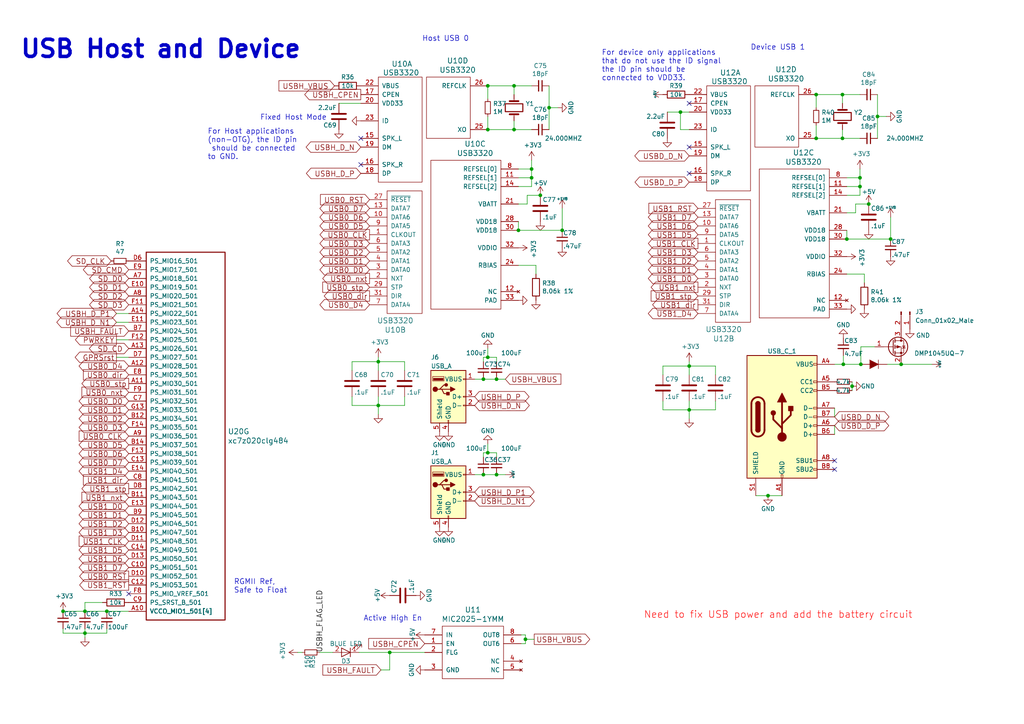
<source format=kicad_sch>
(kicad_sch (version 20230121) (generator eeschema)
  (paper "A4")
  (junction (at 244.602 105.664))
  (junction (at 24.638 183.642))
  (junction (at 109.728 117.602))
  (junction (at 30.988 177.292))
  (junction (at 244.348 27.432))
  (junction (at 141.478 103.632))
  (junction (at 159.258 31.242))
  (junction (at 261.366 105.664))
  (junction (at 249.428 54.102))
  (junction (at 140.208 109.982))
  (junction (at 140.208 137.668))
  (junction (at 245.618 69.342))
  (junction (at 109.728 104.902))
  (junction (at 244.348 40.132))
  (junction (at 236.728 27.432))
  (junction (at 249.682 105.664))
  (junction (at 144.018 137.668))
  (junction (at 141.478 24.892))
  (junction (at 113.03 189.23))
  (junction (at 251.968 59.182))
  (junction (at 254.508 33.782))
  (junction (at 24.638 177.292))
  (junction (at 199.898 118.872))
  (junction (at 236.728 40.132))
  (junction (at 249.428 51.562))
  (junction (at 154.178 49.022))
  (junction (at 222.758 143.764))
  (junction (at 18.288 177.292))
  (junction (at 197.358 32.512))
  (junction (at 199.898 106.172))
  (junction (at 149.098 24.892))
  (junction (at 152.4 185.42))
  (junction (at 247.142 112.014))
  (junction (at 156.718 56.642))
  (junction (at 154.178 51.562))
  (junction (at 141.478 131.318))
  (junction (at 163.068 66.802))
  (junction (at 150.368 66.802))
  (junction (at 149.098 37.592))
  (junction (at 258.318 69.342))
  (junction (at 141.478 37.592))
  (junction (at 144.018 109.982))
  (no_connect (at 242.062 136.144))
  (no_connect (at 199.898 29.972))
  (no_connect (at 37.338 172.212))
  (no_connect (at 199.898 42.672))
  (no_connect (at 199.898 50.292))
  (no_connect (at 242.062 133.604))
  (no_connect (at 104.648 47.752))
  (no_connect (at 104.648 40.132))
  (wire (pts (xy 245.618 79.502) (xy 250.698 79.502)))
  (wire (pts (xy 249.428 51.562) (xy 249.428 54.102)))
  (wire (pts (xy 30.988 183.642) (xy 30.988 182.372)))
  (wire (pts (xy 236.728 31.242) (xy 236.728 27.432)))
  (wire (pts (xy 113.03 189.23) (xy 104.14 189.23)))
  (wire (pts (xy 117.348 107.442) (xy 117.348 104.902)))
  (wire (pts (xy 244.348 27.432) (xy 244.348 29.972)))
  (wire (pts (xy 250.698 79.502) (xy 250.698 82.042)))
  (wire (pts (xy 258.318 62.992) (xy 258.318 69.342)))
  (wire (pts (xy 197.358 37.592) (xy 197.358 32.512)))
  (wire (pts (xy 18.288 183.642) (xy 24.638 183.642)))
  (wire (pts (xy 155.448 76.962) (xy 155.448 79.502)))
  (wire (pts (xy 242.062 118.364) (xy 242.062 120.904)))
  (wire (pts (xy 151.13 186.69) (xy 152.4 186.69)))
  (wire (pts (xy 140.208 103.632) (xy 140.208 104.902)))
  (wire (pts (xy 192.278 116.332) (xy 192.278 118.872)))
  (wire (pts (xy 87.63 189.23) (xy 86.36 189.23)))
  (wire (pts (xy 254.508 27.432) (xy 254.508 33.782)))
  (wire (pts (xy 24.638 177.292) (xy 30.988 177.292)))
  (wire (pts (xy 199.898 121.412) (xy 199.898 118.872)))
  (wire (pts (xy 150.368 51.562) (xy 154.178 51.562)))
  (wire (pts (xy 199.898 32.512) (xy 197.358 32.512)))
  (wire (pts (xy 141.478 28.702) (xy 141.478 24.892)))
  (wire (pts (xy 192.278 106.172) (xy 199.898 106.172)))
  (wire (pts (xy 245.618 51.562) (xy 249.428 51.562)))
  (wire (pts (xy 222.758 143.764) (xy 226.822 143.764)))
  (wire (pts (xy 197.358 32.512) (xy 193.548 32.512)))
  (wire (pts (xy 249.428 40.132) (xy 244.348 40.132)))
  (wire (pts (xy 144.018 103.632) (xy 144.018 104.902)))
  (wire (pts (xy 207.518 108.712) (xy 207.518 106.172)))
  (wire (pts (xy 249.682 100.584) (xy 253.746 100.584)))
  (wire (pts (xy 141.478 101.092) (xy 141.478 103.632)))
  (wire (pts (xy 154.178 37.592) (xy 149.098 37.592)))
  (wire (pts (xy 104.648 29.972) (xy 98.298 29.972)))
  (wire (pts (xy 37.338 177.292) (xy 30.988 177.292)))
  (wire (pts (xy 254.508 33.782) (xy 257.048 33.782)))
  (wire (pts (xy 33.782 90.932) (xy 37.338 90.932)))
  (wire (pts (xy 245.618 61.722) (xy 248.158 61.722)))
  (wire (pts (xy 113.03 194.31) (xy 113.03 189.23)))
  (wire (pts (xy 219.202 143.764) (xy 222.758 143.764)))
  (wire (pts (xy 123.19 189.23) (xy 113.03 189.23)))
  (wire (pts (xy 199.898 118.872) (xy 207.518 118.872)))
  (wire (pts (xy 144.018 131.318) (xy 144.018 132.588)))
  (wire (pts (xy 154.178 51.562) (xy 154.178 54.102)))
  (wire (pts (xy 149.098 24.892) (xy 149.098 27.432)))
  (wire (pts (xy 29.718 174.752) (xy 24.638 174.752)))
  (wire (pts (xy 150.368 76.962) (xy 155.448 76.962)))
  (wire (pts (xy 199.898 37.592) (xy 197.358 37.592)))
  (wire (pts (xy 33.782 103.632) (xy 37.338 103.632)))
  (wire (pts (xy 109.728 120.142) (xy 109.728 117.602)))
  (wire (pts (xy 192.278 118.872) (xy 199.898 118.872)))
  (wire (pts (xy 150.368 64.262) (xy 150.368 66.802)))
  (wire (pts (xy 244.602 105.664) (xy 249.682 105.664)))
  (wire (pts (xy 244.348 40.132) (xy 244.348 37.592)))
  (wire (pts (xy 247.142 110.744) (xy 247.142 112.014)))
  (wire (pts (xy 102.108 117.602) (xy 109.728 117.602)))
  (wire (pts (xy 150.368 49.022) (xy 154.178 49.022)))
  (wire (pts (xy 24.638 174.752) (xy 24.638 177.292)))
  (wire (pts (xy 159.258 31.242) (xy 159.258 37.592)))
  (wire (pts (xy 18.288 182.372) (xy 18.288 183.642)))
  (wire (pts (xy 154.178 54.102) (xy 150.368 54.102)))
  (wire (pts (xy 152.908 56.642) (xy 156.718 56.642)))
  (wire (pts (xy 110.49 194.31) (xy 113.03 194.31)))
  (wire (pts (xy 242.062 123.444) (xy 242.062 125.984)))
  (wire (pts (xy 257.302 105.664) (xy 261.366 105.664)))
  (wire (pts (xy 152.4 184.15) (xy 152.4 185.42)))
  (wire (pts (xy 245.618 69.342) (xy 258.318 69.342)))
  (wire (pts (xy 140.208 109.982) (xy 144.018 109.982)))
  (wire (pts (xy 154.178 46.482) (xy 154.178 49.022)))
  (wire (pts (xy 140.208 131.318) (xy 140.208 132.588)))
  (wire (pts (xy 92.71 189.23) (xy 96.52 189.23)))
  (wire (pts (xy 242.062 105.664) (xy 244.602 105.664)))
  (wire (pts (xy 199.898 106.172) (xy 199.898 108.712)))
  (wire (pts (xy 24.638 183.642) (xy 30.988 183.642)))
  (wire (pts (xy 236.728 40.132) (xy 244.348 40.132)))
  (wire (pts (xy 244.602 103.124) (xy 244.602 105.664)))
  (wire (pts (xy 159.258 31.242) (xy 161.798 31.242)))
  (wire (pts (xy 149.098 37.592) (xy 149.098 35.052)))
  (wire (pts (xy 109.728 115.062) (xy 109.728 117.602)))
  (wire (pts (xy 150.368 66.802) (xy 163.068 66.802)))
  (wire (pts (xy 163.068 60.452) (xy 163.068 66.802)))
  (wire (pts (xy 33.782 98.552) (xy 37.338 98.552)))
  (wire (pts (xy 244.348 27.432) (xy 249.428 27.432)))
  (wire (pts (xy 24.638 183.642) (xy 24.638 182.372)))
  (wire (pts (xy 18.288 177.292) (xy 24.638 177.292)))
  (wire (pts (xy 137.668 109.982) (xy 140.208 109.982)))
  (wire (pts (xy 137.668 137.668) (xy 140.208 137.668)))
  (wire (pts (xy 140.208 103.632) (xy 141.478 103.632)))
  (wire (pts (xy 33.782 93.472) (xy 37.338 93.472)))
  (wire (pts (xy 154.178 49.022) (xy 154.178 51.562)))
  (wire (pts (xy 140.208 131.318) (xy 141.478 131.318)))
  (wire (pts (xy 236.728 36.322) (xy 236.728 40.132)))
  (wire (pts (xy 249.428 54.102) (xy 249.428 56.642)))
  (wire (pts (xy 141.478 33.782) (xy 141.478 37.592)))
  (wire (pts (xy 144.018 137.668) (xy 146.558 137.668)))
  (wire (pts (xy 248.158 61.722) (xy 248.158 59.182)))
  (wire (pts (xy 249.428 49.022) (xy 249.428 51.562)))
  (wire (pts (xy 199.898 104.902) (xy 199.898 106.172)))
  (wire (pts (xy 152.4 185.42) (xy 154.94 185.42)))
  (wire (pts (xy 249.682 100.584) (xy 249.682 105.664)))
  (wire (pts (xy 141.478 103.632) (xy 144.018 103.632)))
  (wire (pts (xy 199.898 106.172) (xy 207.518 106.172)))
  (wire (pts (xy 144.018 109.982) (xy 146.558 109.982)))
  (wire (pts (xy 261.366 105.664) (xy 270.256 105.664)))
  (wire (pts (xy 141.478 128.778) (xy 141.478 131.318)))
  (wire (pts (xy 152.4 184.15) (xy 151.13 184.15)))
  (wire (pts (xy 248.158 59.182) (xy 251.968 59.182)))
  (wire (pts (xy 245.618 66.802) (xy 245.618 69.342)))
  (wire (pts (xy 150.368 59.182) (xy 152.908 59.182)))
  (wire (pts (xy 199.898 116.332) (xy 199.898 118.872)))
  (wire (pts (xy 140.208 137.668) (xy 144.018 137.668)))
  (wire (pts (xy 249.428 56.642) (xy 245.618 56.642)))
  (wire (pts (xy 245.618 54.102) (xy 249.428 54.102)))
  (wire (pts (xy 236.728 27.432) (xy 244.348 27.432)))
  (wire (pts (xy 141.478 24.892) (xy 149.098 24.892)))
  (wire (pts (xy 117.348 117.602) (xy 117.348 115.062)))
  (wire (pts (xy 159.258 24.892) (xy 159.258 31.242)))
  (wire (pts (xy 192.278 108.712) (xy 192.278 106.172)))
  (wire (pts (xy 109.728 104.902) (xy 109.728 107.442)))
  (wire (pts (xy 102.108 104.902) (xy 109.728 104.902)))
  (wire (pts (xy 109.728 103.632) (xy 109.728 104.902)))
  (wire (pts (xy 254.508 33.782) (xy 254.508 40.132)))
  (wire (pts (xy 24.638 183.642) (xy 24.638 184.912)))
  (wire (pts (xy 152.908 59.182) (xy 152.908 56.642)))
  (wire (pts (xy 102.108 107.442) (xy 102.108 104.902)))
  (wire (pts (xy 207.518 118.872) (xy 207.518 116.332)))
  (wire (pts (xy 102.108 115.062) (xy 102.108 117.602)))
  (wire (pts (xy 141.478 131.318) (xy 144.018 131.318)))
  (wire (pts (xy 109.728 117.602) (xy 117.348 117.602)))
  (wire (pts (xy 141.478 37.592) (xy 149.098 37.592)))
  (wire (pts (xy 152.4 186.69) (xy 152.4 185.42)))
  (wire (pts (xy 109.728 104.902) (xy 117.348 104.902)))
  (wire (pts (xy 247.142 112.014) (xy 247.142 113.284)))
  (wire (pts (xy 149.098 24.892) (xy 154.178 24.892)))
  (text "For Host applications \n(non-OTG), the ID pin\n should be connected \nto GND." (at 60.198 46.482 0) (effects (font (size 1.524 1.524)) (justify left bottom)))
  (text "Fixed Host Mode" (at 75.438 35.052 0) (effects (font (size 1.524 1.524)) (justify left bottom)))
  (text "RGMII Ref, \nSafe to Float" (at 67.818 172.212 0) (effects (font (size 1.524 1.524)) (justify left bottom)))
  (text "Device USB 1" (at 217.678 14.732 0) (effects (font (size 1.524 1.524)) (justify left bottom)))
  (text "USB Host and Device" (at 5.588 17.272 0) (effects (font (size 5.0038 5.0038) (thickness 1.0008) bold) (justify left bottom)))
  (text "Need to fix USB power and add the battery circuit" (at 186.69 179.578 0) (effects (font (size 2 2)) (justify left bottom)))
  (text "Host USB 0" (at 122.428 12.192 0) (effects (font (size 1.524 1.524)) (justify left bottom)))
  (text "Active High En" (at 105.41 180.34 0) (effects (font (size 1.524 1.524)) (justify left bottom)))
  (text "For device only applications\nthat do not use the ID signal\nthe ID pin should be \nconnected to VDD33." (at 174.498 23.622 0) (effects (font (size 1.524 1.524)) (justify left bottom)))
  (label "USBH_FLAG_LED" (at 93.98 189.23 90) (effects (font (size 1.524 1.524))))
  (global_label "USBD_D_N" (shape bidirectional) (at 242.062 120.904 0) (effects (font (size 1.524 1.524))) (property "Intersheetrefs" "${INTERSHEET_REFS}" (effects hide)))
  (global_label "USBH_VBUS" (shape output) (at 154.94 185.42 0) (effects (font (size 1.524 1.524))) (property "Intersheetrefs" "${INTERSHEET_REFS}" (effects hide)))
  (global_label "USB1_D0" (shape bidirectional) (at 202.438 80.772 180) (effects (font (size 1.524 1.524))) (property "Intersheetrefs" "${INTERSHEET_REFS}" (effects hide)))
  (global_label "USB1_D1" (shape bidirectional) (at 37.338 149.352 180) (effects (font (size 1.524 1.524))) (property "Intersheetrefs" "${INTERSHEET_REFS}" (effects hide)))
  (global_label "USB1_D4" (shape bidirectional) (at 37.338 136.652 180) (effects (font (size 1.524 1.524))) (property "Intersheetrefs" "${INTERSHEET_REFS}" (effects hide)))
  (global_label "USB0_D6" (shape bidirectional) (at 107.188 62.992 180) (effects (font (size 1.524 1.524))) (property "Intersheetrefs" "${INTERSHEET_REFS}" (effects hide)))
  (global_label "USB0_D0" (shape bidirectional) (at 37.338 116.332 180) (effects (font (size 1.524 1.524))) (property "Intersheetrefs" "${INTERSHEET_REFS}" (effects hide)))
  (global_label "SD_D1" (shape bidirectional) (at 37.338 83.312 180) (effects (font (size 1.524 1.524))) (property "Intersheetrefs" "${INTERSHEET_REFS}" (effects hide)))
  (global_label "USBH_D_N" (shape bidirectional) (at 137.668 117.602 0) (effects (font (size 1.524 1.524))) (property "Intersheetrefs" "${INTERSHEET_REFS}" (effects hide)))
  (global_label "USBH_VBUS" (shape input) (at 146.558 109.982 0) (effects (font (size 1.524 1.524))) (property "Intersheetrefs" "${INTERSHEET_REFS}" (effects hide)))
  (global_label "USBH_FAULT" (shape input) (at 110.49 194.31 180) (effects (font (size 1.524 1.524))) (property "Intersheetrefs" "${INTERSHEET_REFS}" (effects hide)))
  (global_label "USB0_D3" (shape bidirectional) (at 37.338 123.952 180) (effects (font (size 1.524 1.524))) (property "Intersheetrefs" "${INTERSHEET_REFS}" (effects hide)))
  (global_label "USB1_RST" (shape input) (at 202.438 60.452 180) (effects (font (size 1.524 1.524))) (property "Intersheetrefs" "${INTERSHEET_REFS}" (effects hide)))
  (global_label "USB0_D4" (shape bidirectional) (at 37.338 106.172 180) (effects (font (size 1.524 1.524))) (property "Intersheetrefs" "${INTERSHEET_REFS}" (effects hide)))
  (global_label "USBH_D_N1" (shape bidirectional) (at 137.668 145.288 0) (effects (font (size 1.524 1.524))) (property "Intersheetrefs" "${INTERSHEET_REFS}" (effects hide)))
  (global_label "USB1_stp" (shape output) (at 37.338 141.732 180) (effects (font (size 1.524 1.524))) (property "Intersheetrefs" "${INTERSHEET_REFS}" (effects hide)))
  (global_label "USB1_D2" (shape bidirectional) (at 202.438 75.692 180) (effects (font (size 1.524 1.524))) (property "Intersheetrefs" "${INTERSHEET_REFS}" (effects hide)))
  (global_label "USB0_stp" (shape input) (at 107.188 83.312 180) (effects (font (size 1.524 1.524))) (property "Intersheetrefs" "${INTERSHEET_REFS}" (effects hide)))
  (global_label "USBD_D_P" (shape bidirectional) (at 242.062 123.444 0) (effects (font (size 1.524 1.524))) (property "Intersheetrefs" "${INTERSHEET_REFS}" (effects hide)))
  (global_label "USB1_D3" (shape bidirectional) (at 202.438 73.152 180) (effects (font (size 1.524 1.524))) (property "Intersheetrefs" "${INTERSHEET_REFS}" (effects hide)))
  (global_label "USB0_D1" (shape bidirectional) (at 37.338 118.872 180) (effects (font (size 1.524 1.524))) (property "Intersheetrefs" "${INTERSHEET_REFS}" (effects hide)))
  (global_label "USB0_D4" (shape bidirectional) (at 107.188 88.392 180) (effects (font (size 1.524 1.524))) (property "Intersheetrefs" "${INTERSHEET_REFS}" (effects hide)))
  (global_label "USB0_D0" (shape bidirectional) (at 107.188 78.232 180) (effects (font (size 1.524 1.524))) (property "Intersheetrefs" "${INTERSHEET_REFS}" (effects hide)))
  (global_label "USBH_D_P" (shape bidirectional) (at 104.648 50.292 180) (effects (font (size 1.524 1.524))) (property "Intersheetrefs" "${INTERSHEET_REFS}" (effects hide)))
  (global_label "USBD_D_N" (shape bidirectional) (at 199.898 45.212 180) (effects (font (size 1.524 1.524))) (property "Intersheetrefs" "${INTERSHEET_REFS}" (effects hide)))
  (global_label "USB0_dir" (shape input) (at 37.338 108.712 180) (effects (font (size 1.524 1.524))) (property "Intersheetrefs" "${INTERSHEET_REFS}" (effects hide)))
  (global_label "USB1_D2" (shape bidirectional) (at 37.338 151.892 180) (effects (font (size 1.524 1.524))) (property "Intersheetrefs" "${INTERSHEET_REFS}" (effects hide)))
  (global_label "USB1_dir" (shape output) (at 202.438 88.392 180) (effects (font (size 1.524 1.524))) (property "Intersheetrefs" "${INTERSHEET_REFS}" (effects hide)))
  (global_label "USBH_D_P1" (shape bidirectional) (at 33.782 90.932 180) (effects (font (size 1.524 1.524))) (property "Intersheetrefs" "${INTERSHEET_REFS}" (effects hide)))
  (global_label "USBH_VBUS" (shape input) (at 97.028 24.892 180) (effects (font (size 1.524 1.524))) (property "Intersheetrefs" "${INTERSHEET_REFS}" (effects hide)))
  (global_label "USB0_D5" (shape bidirectional) (at 107.188 65.532 180) (effects (font (size 1.524 1.524))) (property "Intersheetrefs" "${INTERSHEET_REFS}" (effects hide)))
  (global_label "USB1_dir" (shape input) (at 37.338 139.192 180) (effects (font (size 1.524 1.524))) (property "Intersheetrefs" "${INTERSHEET_REFS}" (effects hide)))
  (global_label "USB1_D7" (shape bidirectional) (at 202.438 62.992 180) (effects (font (size 1.524 1.524))) (property "Intersheetrefs" "${INTERSHEET_REFS}" (effects hide)))
  (global_label "USB1_D5" (shape bidirectional) (at 37.338 159.512 180) (effects (font (size 1.524 1.524))) (property "Intersheetrefs" "${INTERSHEET_REFS}" (effects hide)))
  (global_label "USB0_D2" (shape bidirectional) (at 37.338 121.412 180) (effects (font (size 1.524 1.524))) (property "Intersheetrefs" "${INTERSHEET_REFS}" (effects hide)))
  (global_label "USB0_D3" (shape bidirectional) (at 107.188 70.612 180) (effects (font (size 1.524 1.524))) (property "Intersheetrefs" "${INTERSHEET_REFS}" (effects hide)))
  (global_label "USBH_D_N1" (shape bidirectional) (at 33.782 93.472 180) (effects (font (size 1.524 1.524))) (property "Intersheetrefs" "${INTERSHEET_REFS}" (effects hide)))
  (global_label "USB0_stp" (shape output) (at 37.338 111.252 180) (effects (font (size 1.524 1.524))) (property "Intersheetrefs" "${INTERSHEET_REFS}" (effects hide)))
  (global_label "USB0_D6" (shape bidirectional) (at 37.338 131.572 180) (effects (font (size 1.524 1.524))) (property "Intersheetrefs" "${INTERSHEET_REFS}" (effects hide)))
  (global_label "USB0_nxt" (shape input) (at 37.338 113.792 180) (effects (font (size 1.524 1.524))) (property "Intersheetrefs" "${INTERSHEET_REFS}" (effects hide)))
  (global_label "USBH_CPEN" (shape output) (at 104.648 27.432 180) (effects (font (size 1.524 1.524))) (property "Intersheetrefs" "${INTERSHEET_REFS}" (effects hide)))
  (global_label "USB1_D0" (shape bidirectional) (at 37.338 146.812 180) (effects (font (size 1.524 1.524))) (property "Intersheetrefs" "${INTERSHEET_REFS}" (effects hide)))
  (global_label "USB0_CLK" (shape output) (at 107.188 68.072 180) (effects (font (size 1.524 1.524))) (property "Intersheetrefs" "${INTERSHEET_REFS}" (effects hide)))
  (global_label "USB0_RST" (shape output) (at 37.338 167.132 180) (effects (font (size 1.524 1.524))) (property "Intersheetrefs" "${INTERSHEET_REFS}" (effects hide)))
  (global_label "USB0_D2" (shape bidirectional) (at 107.188 73.152 180) (effects (font (size 1.524 1.524))) (property "Intersheetrefs" "${INTERSHEET_REFS}" (effects hide)))
  (global_label "USBH_D_N" (shape bidirectional) (at 104.648 42.672 180) (effects (font (size 1.524 1.524))) (property "Intersheetrefs" "${INTERSHEET_REFS}" (effects hide)))
  (global_label "USB0_dir" (shape output) (at 107.188 85.852 180) (effects (font (size 1.524 1.524))) (property "Intersheetrefs" "${INTERSHEET_REFS}" (effects hide)))
  (global_label "USB0_D5" (shape bidirectional) (at 37.338 129.032 180) (effects (font (size 1.524 1.524))) (property "Intersheetrefs" "${INTERSHEET_REFS}" (effects hide)))
  (global_label "USBH_D_P" (shape bidirectional) (at 137.668 115.062 0) (effects (font (size 1.524 1.524))) (property "Intersheetrefs" "${INTERSHEET_REFS}" (effects hide)))
  (global_label "USB0_nxt" (shape output) (at 107.188 80.772 180) (effects (font (size 1.524 1.524))) (property "Intersheetrefs" "${INTERSHEET_REFS}" (effects hide)))
  (global_label "USB1_D3" (shape bidirectional) (at 37.338 154.432 180) (effects (font (size 1.524 1.524))) (property "Intersheetrefs" "${INTERSHEET_REFS}" (effects hide)))
  (global_label "PWRKEY" (shape output) (at 33.782 98.552 180) (effects (font (size 1.524 1.524))) (property "Intersheetrefs" "${INTERSHEET_REFS}" (effects hide)))
  (global_label "USB0_CLK" (shape input) (at 37.338 126.492 180) (effects (font (size 1.524 1.524))) (property "Intersheetrefs" "${INTERSHEET_REFS}" (effects hide)))
  (global_label "USB1_D1" (shape bidirectional) (at 202.438 78.232 180) (effects (font (size 1.524 1.524))) (property "Intersheetrefs" "${INTERSHEET_REFS}" (effects hide)))
  (global_label "SD_D2" (shape bidirectional) (at 37.338 85.852 180) (effects (font (size 1.524 1.524))) (property "Intersheetrefs" "${INTERSHEET_REFS}" (effects hide)))
  (global_label "USB0_D7" (shape bidirectional) (at 37.338 134.112 180) (effects (font (size 1.524 1.524))) (property "Intersheetrefs" "${INTERSHEET_REFS}" (effects hide)))
  (global_label "USB1_D6" (shape bidirectional) (at 37.338 162.052 180) (effects (font (size 1.524 1.524))) (property "Intersheetrefs" "${INTERSHEET_REFS}" (effects hide)))
  (global_label "SD_D3" (shape bidirectional) (at 37.338 88.392 180) (effects (font (size 1.524 1.524))) (property "Intersheetrefs" "${INTERSHEET_REFS}" (effects hide)))
  (global_label "SD_CMD" (shape bidirectional) (at 37.338 78.232 180) (effects (font (size 1.524 1.524))) (property "Intersheetrefs" "${INTERSHEET_REFS}" (effects hide)))
  (global_label "USB1_D6" (shape bidirectional) (at 202.438 65.532 180) (effects (font (size 1.524 1.524))) (property "Intersheetrefs" "${INTERSHEET_REFS}" (effects hide)))
  (global_label "USBH_CPEN" (shape input) (at 123.19 186.69 180) (effects (font (size 1.524 1.524))) (property "Intersheetrefs" "${INTERSHEET_REFS}" (effects hide)))
  (global_label "USB0_D7" (shape bidirectional) (at 107.188 60.452 180) (effects (font (size 1.524 1.524))) (property "Intersheetrefs" "${INTERSHEET_REFS}" (effects hide)))
  (global_label "USB0_D1" (shape bidirectional) (at 107.188 75.692 180) (effects (font (size 1.524 1.524))) (property "Intersheetrefs" "${INTERSHEET_REFS}" (effects hide)))
  (global_label "USB1_D4" (shape bidirectional) (at 202.438 90.932 180) (effects (font (size 1.524 1.524))) (property "Intersheetrefs" "${INTERSHEET_REFS}" (effects hide)))
  (global_label "USB1_nxt" (shape input) (at 37.338 144.272 180) (effects (font (size 1.524 1.524))) (property "Intersheetrefs" "${INTERSHEET_REFS}" (effects hide)))
  (global_label "USB1_D7" (shape bidirectional) (at 37.338 164.592 180) (effects (font (size 1.524 1.524))) (property "Intersheetrefs" "${INTERSHEET_REFS}" (effects hide)))
  (global_label "USBH_D_P1" (shape bidirectional) (at 137.668 142.748 0) (effects (font (size 1.524 1.524))) (property "Intersheetrefs" "${INTERSHEET_REFS}" (effects hide)))
  (global_label "USB1_CLK" (shape output) (at 202.438 70.612 180) (effects (font (size 1.524 1.524))) (property "Intersheetrefs" "${INTERSHEET_REFS}" (effects hide)))
  (global_label "SD_CD" (shape bidirectional) (at 37.338 101.092 180) (effects (font (size 1.524 1.524))) (property "Intersheetrefs" "${INTERSHEET_REFS}" (effects hide)))
  (global_label "USB1_CLK" (shape input) (at 37.338 156.972 180) (effects (font (size 1.524 1.524))) (property "Intersheetrefs" "${INTERSHEET_REFS}" (effects hide)))
  (global_label "GPRSrst" (shape output) (at 33.782 103.632 180) (effects (font (size 1.524 1.524))) (property "Intersheetrefs" "${INTERSHEET_REFS}" (effects hide)))
  (global_label "USB1_nxt" (shape output) (at 202.438 83.312 180) (effects (font (size 1.524 1.524))) (property "Intersheetrefs" "${INTERSHEET_REFS}" (effects hide)))
  (global_label "USBD_D_P" (shape bidirectional) (at 199.898 52.832 180) (effects (font (size 1.524 1.524))) (property "Intersheetrefs" "${INTERSHEET_REFS}" (effects hide)))
  (global_label "USB1_D5" (shape bidirectional) (at 202.438 68.072 180) (effects (font (size 1.524 1.524))) (property "Intersheetrefs" "${INTERSHEET_REFS}" (effects hide)))
  (global_label "USBH_FAULT" (shape input) (at 37.338 96.012 180) (effects (font (size 1.524 1.524))) (property "Intersheetrefs" "${INTERSHEET_REFS}" (effects hide)))
  (global_label "SD_D0" (shape bidirectional) (at 37.338 80.772 180) (effects (font (size 1.524 1.524))) (property "Intersheetrefs" "${INTERSHEET_REFS}" (effects hide)))
  (global_label "USB0_RST" (shape input) (at 107.188 57.912 180) (effects (font (size 1.524 1.524))) (property "Intersheetrefs" "${INTERSHEET_REFS}" (effects hide)))
  (global_label "USB1_RST" (shape output) (at 37.338 169.672 180) (effects (font (size 1.524 1.524))) (property "Intersheetrefs" "${INTERSHEET_REFS}" (effects hide)))
  (global_label "USB1_stp" (shape input) (at 202.438 85.852 180) (effects (font (size 1.524 1.524))) (property "Intersheetrefs" "${INTERSHEET_REFS}" (effects hide)))
  (global_label "SD_CLK" (shape bidirectional) (at 32.258 75.692 180) (effects (font (size 1.524 1.524))) (property "Intersheetrefs" "${INTERSHEET_REFS}" (effects hide)))
  (symbol (lib_id "power:+5V") (at 123.19 184.15 90) (unit 1)
    (property "Reference" "#PWR0110" (effects hide))
    (property "Value" "+5V" (at 119.634 184.15 0))
  )
  (symbol (lib_id "power:GND") (at 123.19 194.31 270) (unit 1)
    (property "Reference" "#PWR0111" (effects hide))
    (property "Value" "GND" (at 119.38 194.31 0))
  )
  (symbol (lib_id "DFTBoard-rescue:USB_A-") (at 130.048 115.062 0) (unit 1)
    (property "Reference" "J6" (at 124.968 103.632 0) (effects (justify left)))
    (property "Value" "USB_A" (at 124.968 106.172 0) (effects (justify left)))
    (property "Footprint" "DFTcustom:USB-A-Receptacle-FCI_87583" (effects hide))
    (property "MFR" "Amphenol ICC" (effects hide))
    (property "MPN" "87583-2010RLF" (effects hide))
    (property "SPR" "Digikey" (effects hide))
    (property "SPN" "609-5390-1-ND" (effects hide))
    (property "SPURL" "-" (effects hide))
  )
  (symbol (lib_id "power:GND") (at 127.508 125.222 0) (unit 1)
    (property "Reference" "#PWR0112" (effects hide))
    (property "Value" "GND" (at 127.508 129.032 0))
  )
  (symbol (lib_id "power:GND") (at 130.048 125.222 0) (unit 1)
    (property "Reference" "#PWR0113" (effects hide))
    (property "Value" "GND" (at 130.048 129.032 0))
  )
  (symbol (lib_id "Microchip:USB3320") (at 109.728 52.832 0) (unit 1)
    (property "Reference" "U10" (at 113.538 18.542 0) (effects (font (size 1.524 1.524)) (justify left)))
    (property "Value" "USB3320" (at 110.998 21.082 0) (effects (font (size 1.524 1.524)) (justify left)))
    (property "Footprint" "Package_DFN_QFN:QFN-32-1EP_5x5mm_P0.5mm_EP3.1x3.1mm" (effects hide))
    (property "Manufacturer" "Microchip" (effects hide))
    (property "MFR" "Microchip Technology" (effects hide))
    (property "MPN" "USB3320C-EZK-TR" (effects hide))
    (property "SPR" "Digikey" (effects hide))
    (property "SPN" "USB3320C-EZK-CT-NDs" (effects hide))
    (property "SPURL" "-" (effects hide))
  )
  (symbol (lib_id "Microchip:USB3320") (at 122.428 55.372 180) (unit 2)
    (property "Reference" "U10" (at 114.6556 95.6818 0) (effects (font (size 1.524 1.524))))
    (property "Value" "USB3320" (at 114.6556 92.9894 0) (effects (font (size 1.524 1.524))))
    (property "Footprint" "Package_DFN_QFN:QFN-32-1EP_5x5mm_P0.5mm_EP3.1x3.1mm" (effects hide))
    (property "Manufacturer" "Microchip" (effects hide))
    (property "MFR" "Microchip Technology" (effects hide))
    (property "MPN" "USB3320C-EZK-TR" (effects hide))
    (property "SPR" "Digikey" (effects hide))
    (property "SPN" "USB3320C-EZK-CT-NDs" (effects hide))
    (property "SPURL" "-" (effects hide))
  )
  (symbol (lib_id "Microchip:USB3320") (at 124.968 89.662 0) (unit 3)
    (property "Reference" "U10" (at 137.8204 41.7322 0) (effects (font (size 1.524 1.524))))
    (property "Value" "USB3320" (at 137.8204 44.4246 0) (effects (font (size 1.524 1.524))))
    (property "Footprint" "Package_DFN_QFN:QFN-32-1EP_5x5mm_P0.5mm_EP3.1x3.1mm" (effects hide))
    (property "Manufacturer" "Microchip" (effects hide))
    (property "MFR" "Microchip Technology" (effects hide))
    (property "MPN" "USB3320C-EZK-TR" (effects hide))
    (property "SPR" "Digikey" (effects hide))
    (property "SPN" "USB3320C-EZK-CT-NDs" (effects hide))
    (property "SPURL" "-" (effects hide))
  )
  (symbol (lib_id "Microchip:USB3320") (at 123.698 40.132 0) (unit 4)
    (property "Reference" "U10" (at 132.7404 17.6022 0) (effects (font (size 1.524 1.524))))
    (property "Value" "USB3320" (at 132.7404 20.2946 0) (effects (font (size 1.524 1.524))))
    (property "Footprint" "Package_DFN_QFN:QFN-32-1EP_5x5mm_P0.5mm_EP3.1x3.1mm" (effects hide))
    (property "Manufacturer" "Microchip" (effects hide))
    (property "MFR" "Microchip Technology" (effects hide))
    (property "MPN" "USB3320C-EZK-TR" (effects hide))
    (property "SPR" "Digikey" (effects hide))
    (property "SPN" "USB3320C-EZK-CT-NDs" (effects hide))
    (property "SPURL" "-" (effects hide))
  )
  (symbol (lib_id "power:+3V3") (at 154.178 46.482 0) (unit 1)
    (property "Reference" "#PWR0117" (effects hide))
    (property "Value" "+3.3V" (at 154.559 42.0878 0))
  )
  (symbol (lib_id "power:+5V") (at 156.718 56.642 0) (unit 1)
    (property "Reference" "#PWR0119" (effects hide))
    (property "Value" "+5V" (at 156.718 53.086 0))
  )
  (symbol (lib_id "power:GND") (at 156.718 64.262 0) (unit 1)
    (property "Reference" "#PWR0120" (effects hide))
    (property "Value" "GND" (effects hide))
  )
  (symbol (lib_id "Device:C_Small") (at 163.068 69.342 0) (unit 1)
    (property "Reference" "C78" (at 163.322 67.564 0) (effects (justify left)))
    (property "Value" ".47uF" (at 163.322 71.374 0) (effects (justify left)))
    (property "Footprint" "Capacitor_SMD:C_0402_1005Metric" (effects hide))
    (property "MFR" "Yageo" (effects hide))
    (property "MPN" "CC0402KRX5R5BB474" (effects hide))
    (property "SPR" "Digikey" (effects hide))
    (property "SPN" "311-1684-1-ND" (effects hide))
    (instances (project "DFTBoard" (path "" (reference "C78") (unit 1)) (path "" (reference "C?") (unit 1))))
  )
  (symbol (lib_id "power:GND") (at 163.068 71.882 0) (unit 1)
    (property "Reference" "#PWR0123" (effects hide))
    (property "Value" "GND" (effects hide))
  )
  (symbol (lib_id "power:+1V8") (at 163.068 60.452 0) (unit 1)
    (property "Reference" "#PWR0122" (effects hide))
    (property "Value" "+1.8V" (at 163.068 57.658 0) (effects (font (size 0.762 0.762))))
  )
  (symbol (lib_id "power:+3V3") (at 150.368 71.882 270) (unit 1)
    (property "Reference" "#PWR0115" (effects hide))
    (property "Value" "+3.3V" (at 154.7622 72.263 0))
  )
  (symbol (lib_id "power:GND") (at 104.648 35.052 270) (unit 1)
    (property "Reference" "#PWR0107" (effects hide))
    (property "Value" "GND" (effects hide))
  )
  (symbol (lib_id "Device:C") (at 98.298 33.782 180) (unit 1)
    (property "Reference" "C69" (at 97.663 36.322 0) (effects (justify left)))
    (property "Value" "2.2uF" (at 97.663 31.242 0) (effects (justify left)))
    (property "Footprint" "Capacitor_SMD:C_0402_1005Metric" (effects hide))
    (property "MFR" "Murata" (effects hide))
    (property "MPN" "GRM155R61A225KE95D" (effects hide))
    (property "SPR" "Digikey" (effects hide))
    (property "SPN" "490-10451-1-ND" (effects hide))
    (instances (project "DFTBoard" (path "" (reference "C69") (unit 1)) (path "" (reference "C?") (unit 1))))
  )
  (symbol (lib_id "power:GND") (at 98.298 37.592 0) (unit 1)
    (property "Reference" "#PWR0104" (effects hide))
    (property "Value" "GND" (effects hide))
  )
  (symbol (lib_id "Device:R") (at 100.838 24.892 270) (unit 1)
    (property "Reference" "R36" (at 100.838 22.352 90))
    (property "Value" "10k" (at 100.838 24.892 90))
    (property "Footprint" "Resistor_SMD:R_0402_1005Metric" (effects hide))
    (property "MFR" "Yageo" (effects hide))
    (property "MPN" "RC0402FR-0710KL" (effects hide))
    (property "SPR" "Digikey" (effects hide))
    (property "SPN" "311-10.0KLRTR-ND" (effects hide))
    (instances (project "DFTBoard" (path "" (reference "R36") (unit 1)) (path "" (reference "R?") (unit 1))))
  )
  (symbol (lib_id "power:GND") (at 150.368 87.122 90) (unit 1)
    (property "Reference" "#PWR0116" (effects hide))
    (property "Value" "GND" (effects hide))
  )
  (symbol (lib_id "Device:R") (at 155.448 83.312 0) (unit 1)
    (property "Reference" "R38" (at 157.226 82.1436 0) (effects (justify left)))
    (property "Value" "8.06k 1%" (at 157.226 84.455 0) (effects (justify left)))
    (property "Footprint" "Resistor_SMD:R_0402_1005Metric" (effects hide))
    (property "MFR" "Yageo" (effects hide))
    (property "MPN" "RC0402FR-078K06L" (effects hide))
    (property "SPR" "Digikey" (effects hide))
    (property "SPN" "311-8.06KLRTR-ND" (effects hide))
    (property "SPURL" "-" (effects hide))
  )
  (symbol (lib_id "power:GND") (at 155.448 87.122 0) (unit 1)
    (property "Reference" "#PWR0118" (effects hide))
    (property "Value" "GND" (effects hide))
  )
  (symbol (lib_id "Device:Crystal") (at 149.098 31.242 270) (unit 1)
    (property "Reference" "Y1" (at 152.4254 30.0736 90) (effects (justify left)))
    (property "Value" "24.000MHZ" (at 157.988 40.132 90) (effects (justify left)))
    (property "Footprint" "ABM3-12.000MHZ-B2-T:XTAL500X320X130N" (effects hide))
    (property "MFR" "Abracon LLC" (effects hide))
    (property "MPN" "ABM3-24.000MHZ-D2Y-T" (effects hide))
    (property "SPR" "DigiKey" (effects hide))
    (property "SPN" "535-10643-2-ND" (effects hide))
    (property "SPURL" "-" (effects hide))
  )
  (symbol (lib_id "Device:C_Small") (at 156.718 37.592 270) (unit 1)
    (property "Reference" "C76" (at 156.718 31.7754 90))
    (property "Value" "18pF" (at 156.718 34.0868 90))
    (property "Footprint" "Capacitor_SMD:C_0402_1005Metric" (effects hide))
    (property "MFR" "Murata" (effects hide))
    (property "MPN" "GCM1555C1H180JA16D" (effects hide))
    (property "SPR" "Digikey" (effects hide))
    (property "SPN" "490-12650-1-ND" (effects hide))
    (property "SPURL" "-" (effects hide))
  )
  (symbol (lib_id "Device:C_Small") (at 156.718 24.892 270) (unit 1)
    (property "Reference" "C75" (at 156.718 19.0754 90))
    (property "Value" "18pF" (at 156.718 21.3868 90))
    (property "Footprint" "Capacitor_SMD:C_0402_1005Metric" (effects hide))
    (property "MFR" "Murata" (effects hide))
    (property "MPN" "GCM1555C1H180JA16D" (effects hide))
    (property "SPR" "Digikey" (effects hide))
    (property "SPN" "490-12650-1-ND" (effects hide))
    (property "SPURL" "-" (effects hide))
  )
  (symbol (lib_id "power:GND") (at 161.798 31.242 90) (unit 1)
    (property "Reference" "#PWR0121" (effects hide))
    (property "Value" "GND" (at 165.608 31.242 0))
  )
  (symbol (lib_id "Device:C") (at 102.108 111.252 0) (unit 1)
    (property "Reference" "C68" (at 102.743 108.712 0) (effects (justify left)))
    (property "Value" ".1uF" (at 102.743 113.792 0) (effects (justify left)))
    (property "Footprint" "Capacitor_SMD:C_0402_1005Metric" (effects hide))
    (property "MFR" "Yageo" (effects hide))
    (property "MPN" "CC0402KRX7R6BB104" (effects hide))
    (property "SPR" "Digikey" (effects hide))
    (property "SPN" "311-1345-1-ND" (effects hide))
    (instances (project "DFTBoard" (path "" (reference "C68") (unit 1)) (path "" (reference "C?") (unit 1))))
  )
  (symbol (lib_id "Device:C") (at 109.728 111.252 0) (unit 1)
    (property "Reference" "C70" (at 110.363 108.712 0) (effects (justify left)))
    (property "Value" ".1uF" (at 110.363 113.792 0) (effects (justify left)))
    (property "Footprint" "Capacitor_SMD:C_0402_1005Metric" (effects hide))
    (property "MFR" "Yageo" (effects hide))
    (property "MPN" "CC0402KRX7R6BB104" (effects hide))
    (property "SPR" "Digikey" (effects hide))
    (property "SPN" "311-1345-1-ND" (effects hide))
    (instances (project "DFTBoard" (path "" (reference "C70") (unit 1)) (path "" (reference "C?") (unit 1))))
  )
  (symbol (lib_id "Device:C") (at 117.348 111.252 0) (unit 1)
    (property "Reference" "C71" (at 117.983 108.712 0) (effects (justify left)))
    (property "Value" ".1uF" (at 117.983 113.792 0) (effects (justify left)))
    (property "Footprint" "Capacitor_SMD:C_0402_1005Metric" (effects hide))
    (property "MFR" "Yageo" (effects hide))
    (property "MPN" "CC0402KRX7R6BB104" (effects hide))
    (property "SPR" "Digikey" (effects hide))
    (property "SPN" "311-1345-1-ND" (effects hide))
    (instances (project "DFTBoard" (path "" (reference "C71") (unit 1)) (path "" (reference "C?") (unit 1))))
  )
  (symbol (lib_id "power:+3V3") (at 109.728 103.632 0) (unit 1)
    (property "Reference" "#PWR0105" (effects hide))
    (property "Value" "+3.3V" (at 110.109 99.2378 0))
  )
  (symbol (lib_id "power:GND") (at 109.728 120.142 0) (unit 1)
    (property "Reference" "#PWR0106" (effects hide))
    (property "Value" "GND" (effects hide))
  )
  (symbol (lib_id "Device:C") (at 156.718 60.452 0) (unit 1)
    (property "Reference" "C77" (at 157.353 57.912 0) (effects (justify left)))
    (property "Value" ".1uF" (at 157.353 62.992 0) (effects (justify left)))
    (property "Footprint" "Capacitor_SMD:C_0402_1005Metric" (effects hide))
    (property "MFR" "Yageo" (effects hide))
    (property "MPN" "CC0402KRX7R6BB104" (effects hide))
    (property "SPR" "Digikey" (effects hide))
    (property "SPN" "311-1345-1-ND" (effects hide))
    (instances (project "DFTBoard" (path "" (reference "C77") (unit 1)) (path "" (reference "C?") (unit 1))))
  )
  (symbol (lib_id "Device:R_Small") (at 141.478 31.242 0) (unit 1)
    (property "Reference" "R37" (at 142.9766 30.0736 0) (effects (justify left)))
    (property "Value" "1M" (at 142.9766 32.385 0) (effects (justify left)))
    (property "Footprint" "Resistor_SMD:R_0402_1005Metric" (effects hide))
    (property "MFR" "Yageo" (effects hide))
    (property "MPN" "RC0402FR-071ML" (effects hide))
    (property "SPR" "Digikey" (effects hide))
    (property "SPN" "311-1.00MLRCT-ND" (effects hide))
    (property "SPURL" "-" (effects hide))
  )
  (symbol (lib_id "Micrel:MIC2025-1YMM") (at 128.27 196.85 0) (unit 1)
    (property "Reference" "U11" (at 137.16 176.8602 0) (effects (font (size 1.524 1.524))))
    (property "Value" "MIC2025-1YMM" (at 137.16 179.5526 0) (effects (font (size 1.524 1.524))))
    (property "Footprint" "SOP65P490X110-8N:SOP65P490X110-8N" (effects hide))
    (property "MFR" "Microchip" (effects hide))
    (property "MPN" "MIC2025-1YMM-TR" (effects hide))
    (property "SPR" "Digikey" (effects hide))
    (property "SPN" "MIC2025-1YMM-CT-ND" (effects hide))
    (property "SPURL" "-" (effects hide))
  )
  (symbol (lib_id "DFTBoard-rescue:LED-") (at 100.33 189.23 180) (unit 1)
    (property "Reference" "D3" (at 100.33 191.77 0))
    (property "Value" "BLUE LED" (at 100.33 186.69 0))
    (property "Footprint" "Capacitor_SMD:C_0603_1608Metric" (effects hide))
    (property "MFR" "Vishay Semiconductors" (effects hide))
    (property "MPN" "VLMB1300-GS08" (effects hide))
    (property "SPR" "Digikey" (effects hide))
    (property "SPN" "VLMB1300-GS08CT-ND" (effects hide))
  )
  (symbol (lib_id "Device:R_Small") (at 90.17 189.23 270) (unit 1)
    (property "Reference" "R35" (at 90.678 189.992 0) (effects (justify left)))
    (property "Value" "150" (at 89.154 189.992 0) (effects (justify left)))
    (property "Footprint" "Resistor_SMD:R_0402_1005Metric" (effects hide))
    (property "MFR" "Yageo" (effects hide))
    (property "MPN" "RC0402FR-07150RL" (effects hide))
    (property "SPR" "Digikey" (effects hide))
    (property "SPN" "311-150LRTR-ND" (effects hide))
  )
  (symbol (lib_id "power:+5V") (at 113.03 172.72 90) (unit 1)
    (property "Reference" "#PWR0108" (effects hide))
    (property "Value" "+5V" (at 109.474 172.72 0))
  )
  (symbol (lib_id "Device:C") (at 116.84 172.72 90) (unit 1)
    (property "Reference" "C72" (at 114.3 172.085 0) (effects (justify left)))
    (property "Value" ".1uF" (at 119.38 172.085 0) (effects (justify left)))
    (property "Footprint" "Capacitor_SMD:C_0402_1005Metric" (effects hide))
    (property "MFR" "Yageo" (effects hide))
    (property "MPN" "CC0402KRX7R6BB104" (effects hide))
    (property "SPR" "Digikey" (effects hide))
    (property "SPN" "311-1345-1-ND" (effects hide))
    (instances (project "DFTBoard" (path "" (reference "C72") (unit 1)) (path "" (reference "C?") (unit 1))))
  )
  (symbol (lib_id "power:GND") (at 120.65 172.72 90) (unit 1)
    (property "Reference" "#PWR0109" (effects hide))
    (property "Value" "GND" (at 124.46 172.72 0))
  )
  (symbol (lib_id "Microchip:USB3320") (at 204.978 55.372 0) (unit 1)
    (property "Reference" "U12" (at 208.788 21.082 0) (effects (font (size 1.524 1.524)) (justify left)))
    (property "Value" "USB3320" (at 206.248 23.622 0) (effects (font (size 1.524 1.524)) (justify left)))
    (property "Footprint" "Package_DFN_QFN:QFN-32-1EP_5x5mm_P0.5mm_EP3.1x3.1mm" (effects hide))
    (property "Manufacturer" "Microchip" (effects hide))
    (property "MFR" "Microchip Technology" (effects hide))
    (property "MPN" "USB3320C-EZK-TR" (effects hide))
    (property "SPR" "Digikey" (effects hide))
    (property "SPN" "USB3320C-EZK-CT-NDs" (effects hide))
    (property "SPURL" "-" (effects hide))
  )
  (symbol (lib_id "Microchip:USB3320") (at 217.678 57.912 180) (unit 2)
    (property "Reference" "U12" (at 209.9056 98.2218 0) (effects (font (size 1.524 1.524))))
    (property "Value" "USB3320" (at 209.9056 95.5294 0) (effects (font (size 1.524 1.524))))
    (property "Footprint" "Package_DFN_QFN:QFN-32-1EP_5x5mm_P0.5mm_EP3.1x3.1mm" (effects hide))
    (property "Manufacturer" "Microchip" (effects hide))
    (property "MFR" "Microchip Technology" (effects hide))
    (property "MPN" "USB3320C-EZK-TR" (effects hide))
    (property "SPR" "Digikey" (effects hide))
    (property "SPN" "USB3320C-EZK-CT-NDs" (effects hide))
    (property "SPURL" "-" (effects hide))
  )
  (symbol (lib_id "Microchip:USB3320") (at 220.218 92.202 0) (unit 3)
    (property "Reference" "U12" (at 233.0704 44.2722 0) (effects (font (size 1.524 1.524))))
    (property "Value" "USB3320" (at 233.0704 46.9646 0) (effects (font (size 1.524 1.524))))
    (property "Footprint" "Package_DFN_QFN:QFN-32-1EP_5x5mm_P0.5mm_EP3.1x3.1mm" (effects hide))
    (property "Manufacturer" "Microchip" (effects hide))
    (property "MFR" "Microchip Technology" (effects hide))
    (property "MPN" "USB3320C-EZK-TR" (effects hide))
    (property "SPR" "Digikey" (effects hide))
    (property "SPN" "USB3320C-EZK-CT-NDs" (effects hide))
    (property "SPURL" "-" (effects hide))
  )
  (symbol (lib_id "Microchip:USB3320") (at 218.948 42.672 0) (unit 4)
    (property "Reference" "U12" (at 227.9904 20.1422 0) (effects (font (size 1.524 1.524))))
    (property "Value" "USB3320" (at 227.9904 22.8346 0) (effects (font (size 1.524 1.524))))
    (property "Footprint" "Package_DFN_QFN:QFN-32-1EP_5x5mm_P0.5mm_EP3.1x3.1mm" (effects hide))
    (property "Manufacturer" "Microchip" (effects hide))
    (property "MFR" "Microchip Technology" (effects hide))
    (property "MPN" "USB3320C-EZK-TR" (effects hide))
    (property "SPR" "Digikey" (effects hide))
    (property "SPN" "USB3320C-EZK-CT-NDs" (effects hide))
    (property "SPURL" "-" (effects hide))
  )
  (symbol (lib_id "power:+3V3") (at 249.428 49.022 0) (unit 1)
    (property "Reference" "#PWR0132" (effects hide))
    (property "Value" "+3.3V" (at 249.809 44.6278 0))
  )
  (symbol (lib_id "power:+5V") (at 251.968 59.182 0) (unit 1)
    (property "Reference" "#PWR0134" (effects hide))
    (property "Value" "+5V" (at 251.968 55.626 0))
  )
  (symbol (lib_id "power:GND") (at 251.968 66.802 0) (unit 1)
    (property "Reference" "#PWR0135" (effects hide))
    (property "Value" "GND" (effects hide))
  )
  (symbol (lib_id "Device:C_Small") (at 258.318 71.882 0) (unit 1)
    (property "Reference" "C87" (at 258.572 70.104 0) (effects (justify left)))
    (property "Value" ".47uF" (at 258.572 73.914 0) (effects (justify left)))
    (property "Footprint" "Capacitor_SMD:C_0402_1005Metric" (effects hide))
    (property "MFR" "Yageo" (effects hide))
    (property "MPN" "CC0402KRX5R5BB474" (effects hide))
    (property "SPR" "Digikey" (effects hide))
    (property "SPN" "311-1684-1-ND" (effects hide))
    (instances (project "DFTBoard" (path "" (reference "C87") (unit 1)) (path "" (reference "C?") (unit 1))))
  )
  (symbol (lib_id "power:GND") (at 258.318 74.422 0) (unit 1)
    (property "Reference" "#PWR0138" (effects hide))
    (property "Value" "GND" (effects hide))
  )
  (symbol (lib_id "power:+1V8") (at 258.318 62.992 0) (unit 1)
    (property "Reference" "#PWR0137" (effects hide))
    (property "Value" "+1.8V" (at 258.318 60.198 0) (effects (font (size 0.762 0.762))))
  )
  (symbol (lib_id "power:+3V3") (at 245.618 74.422 270) (unit 1)
    (property "Reference" "#PWR0130" (effects hide))
    (property "Value" "+3.3V" (at 250.0122 74.803 0))
  )
  (symbol (lib_id "Device:C") (at 193.548 36.322 180) (unit 1)
    (property "Reference" "C80" (at 192.913 38.862 0) (effects (justify left)))
    (property "Value" "2.2uF" (at 192.913 33.782 0) (effects (justify left)))
    (property "Footprint" "Capacitor_SMD:C_0402_1005Metric" (effects hide))
    (property "MFR" "Murata" (effects hide))
    (property "MPN" "GRM155R61A225KE95D" (effects hide))
    (property "SPR" "Digikey" (effects hide))
    (property "SPN" "490-10451-1-ND" (effects hide))
    (instances (project "DFTBoard" (path "" (reference "C80") (unit 1)) (path "" (reference "C?") (unit 1))))
  )
  (symbol (lib_id "power:GND") (at 193.548 40.132 0) (unit 1)
    (property "Reference" "#PWR0124" (effects hide))
    (property "Value" "GND" (effects hide))
  )
  (symbol (lib_id "Device:R") (at 196.088 27.432 270) (unit 1)
    (property "Reference" "R39" (at 196.088 24.892 90))
    (property "Value" "10k" (at 196.088 27.432 90))
    (property "Footprint" "Resistor_SMD:R_0402_1005Metric" (effects hide))
    (property "MFR" "Yageo" (effects hide))
    (property "MPN" "RC0402FR-0710KL" (effects hide))
    (property "SPR" "Digikey" (effects hide))
    (property "SPN" "311-10.0KLRTR-ND" (effects hide))
    (instances (project "DFTBoard" (path "" (reference "R39") (unit 1)) (path "" (reference "R?") (unit 1))))
  )
  (symbol (lib_id "power:GND") (at 245.618 89.662 90) (unit 1)
    (property "Reference" "#PWR0131" (effects hide))
    (property "Value" "GND" (effects hide))
  )
  (symbol (lib_id "Device:R") (at 250.698 85.852 0) (unit 1)
    (property "Reference" "R41" (at 252.476 84.6836 0) (effects (justify left)))
    (property "Value" "8.06k 1%" (at 252.476 86.995 0) (effects (justify left)))
    (property "Footprint" "Resistor_SMD:R_0402_1005Metric" (effects hide))
    (property "MFR" "Yageo" (effects hide))
    (property "MPN" "RC0402FR-078K06L" (effects hide))
    (property "SPR" "Digikey" (effects hide))
    (property "SPN" "311-8.06KLRTR-ND" (effects hide))
    (property "SPURL" "-" (effects hide))
  )
  (symbol (lib_id "power:GND") (at 250.698 89.662 0) (unit 1)
    (property "Reference" "#PWR0133" (effects hide))
    (property "Value" "GND" (effects hide))
  )
  (symbol (lib_id "Device:Crystal") (at 244.348 33.782 270) (unit 1)
    (property "Reference" "Y2" (at 247.6754 32.6136 90) (effects (justify left)))
    (property "Value" "24.000MHZ" (at 257.048 40.132 90) (effects (justify left)))
    (property "Footprint" "ABM3-12.000MHZ-B2-T:XTAL500X320X130N" (effects hide))
    (property "MFR" "Abracon LLC" (effects hide))
    (property "MPN" "ABM3-24.000MHZ-D2Y-T" (effects hide))
    (property "SPR" "DigiKey" (effects hide))
    (property "SPN" "535-10643-2-ND" (effects hide))
    (property "SPURL" "-" (effects hide))
  )
  (symbol (lib_id "Device:C_Small") (at 251.968 40.132 270) (unit 1)
    (property "Reference" "C85" (at 251.968 34.3154 90))
    (property "Value" "18pF" (at 251.968 36.6268 90))
    (property "Footprint" "Capacitor_SMD:C_0402_1005Metric" (effects hide))
    (property "MFR" "Murata" (effects hide))
    (property "MPN" "GCM1555C1H180JA16D" (effects hide))
    (property "SPR" "Digikey" (effects hide))
    (property "SPN" "490-12650-1-ND" (effects hide))
    (property "SPURL" "-" (effects hide))
  )
  (symbol (lib_id "Device:C_Small") (at 251.968 27.432 270) (unit 1)
    (property "Reference" "C84" (at 251.968 21.6154 90))
    (property "Value" "18pF" (at 251.968 23.9268 90))
    (property "Footprint" "Capacitor_SMD:C_0402_1005Metric" (effects hide))
    (property "MFR" "Murata" (effects hide))
    (property "MPN" "GCM1555C1H180JA16D" (effects hide))
    (property "SPR" "Digikey" (effects hide))
    (property "SPN" "490-12650-1-ND" (effects hide))
    (property "SPURL" "-" (effects hide))
  )
  (symbol (lib_id "power:GND") (at 257.048 33.782 90) (unit 1)
    (property "Reference" "#PWR0136" (effects hide))
    (property "Value" "GND" (at 260.858 33.782 0))
  )
  (symbol (lib_id "Device:C") (at 192.278 112.522 0) (unit 1)
    (property "Reference" "C79" (at 192.913 109.982 0) (effects (justify left)))
    (property "Value" ".1uF" (at 192.913 115.062 0) (effects (justify left)))
    (property "Footprint" "Capacitor_SMD:C_0402_1005Metric" (effects hide))
    (property "MFR" "Yageo" (effects hide))
    (property "MPN" "CC0402KRX7R6BB104" (effects hide))
    (property "SPR" "Digikey" (effects hide))
    (property "SPN" "311-1345-1-ND" (effects hide))
    (instances (project "DFTBoard" (path "" (reference "C79") (unit 1)) (path "" (reference "C?") (unit 1))))
  )
  (symbol (lib_id "Device:C") (at 199.898 112.522 0) (unit 1)
    (property "Reference" "C81" (at 200.533 109.982 0) (effects (justify left)))
    (property "Value" ".1uF" (at 200.533 115.062 0) (effects (justify left)))
    (property "Footprint" "Capacitor_SMD:C_0402_1005Metric" (effects hide))
    (property "MFR" "Yageo" (effects hide))
    (property "MPN" "CC0402KRX7R6BB104" (effects hide))
    (property "SPR" "Digikey" (effects hide))
    (property "SPN" "311-1345-1-ND" (effects hide))
    (instances (project "DFTBoard" (path "" (reference "C81") (unit 1)) (path "" (reference "C?") (unit 1))))
  )
  (symbol (lib_id "Device:C") (at 207.518 112.522 0) (unit 1)
    (property "Reference" "C82" (at 208.153 109.982 0) (effects (justify left)))
    (property "Value" ".1uF" (at 208.153 115.062 0) (effects (justify left)))
    (property "Footprint" "Capacitor_SMD:C_0402_1005Metric" (effects hide))
    (property "MFR" "Yageo" (effects hide))
    (property "MPN" "CC0402KRX7R6BB104" (effects hide))
    (property "SPR" "Digikey" (effects hide))
    (property "SPN" "311-1345-1-ND" (effects hide))
    (instances (project "DFTBoard" (path "" (reference "C82") (unit 1)) (path "" (reference "C?") (unit 1))))
  )
  (symbol (lib_id "power:+3V3") (at 199.898 104.902 0) (unit 1)
    (property "Reference" "#PWR0125" (effects hide))
    (property "Value" "+3.3V" (at 200.279 100.5078 0))
  )
  (symbol (lib_id "power:GND") (at 199.898 121.412 0) (unit 1)
    (property "Reference" "#PWR0126" (effects hide))
    (property "Value" "GND" (effects hide))
  )
  (symbol (lib_id "Device:C") (at 251.968 62.992 0) (unit 1)
    (property "Reference" "C86" (at 252.603 60.452 0) (effects (justify left)))
    (property "Value" ".1uF" (at 252.603 65.532 0) (effects (justify left)))
    (property "Footprint" "Capacitor_SMD:C_0402_1005Metric" (effects hide))
    (property "MFR" "Yageo" (effects hide))
    (property "MPN" "CC0402KRX7R6BB104" (effects hide))
    (property "SPR" "Digikey" (effects hide))
    (property "SPN" "311-1345-1-ND" (effects hide))
    (instances (project "DFTBoard" (path "" (reference "C86") (unit 1)) (path "" (reference "C?") (unit 1))))
  )
  (symbol (lib_id "Device:R_Small") (at 236.728 33.782 0) (unit 1)
    (property "Reference" "R40" (at 238.2266 32.6136 0) (effects (justify left)))
    (property "Value" "1M" (at 238.2266 34.925 0) (effects (justify left)))
    (property "Footprint" "Resistor_SMD:R_0402_1005Metric" (effects hide))
    (property "MFR" "Yageo" (effects hide))
    (property "MPN" "RC0402FR-071ML" (effects hide))
    (property "SPR" "Digikey" (effects hide))
    (property "SPN" "311-1.00MLRCT-ND" (effects hide))
    (property "SPURL" "-" (effects hide))
  )
  (symbol (lib_id "Device:R") (at 33.528 174.752 270) (unit 1)
    (property "Reference" "R33" (at 33.528 172.212 90))
    (property "Value" "10k" (at 33.528 174.752 90))
    (property "Footprint" "Resistor_SMD:R_0402_1005Metric" (effects hide))
    (property "MFR" "Yageo" (effects hide))
    (property "MPN" "RC0402FR-0710KL" (effects hide))
    (property "SPR" "Digikey" (effects hide))
    (property "SPN" "311-10.0KLRTR-ND" (effects hide))
    (instances (project "DFTBoard" (path "" (reference "R33") (unit 1)) (path "" (reference "R?") (unit 1))))
  )
  (symbol (lib_id "Device:C_Small") (at 140.208 107.442 0) (unit 1)
    (property "Reference" "C73" (at 140.462 105.664 0) (effects (justify left)))
    (property "Value" "100uF" (at 135.128 102.362 0) (effects (justify left)))
    (property "Footprint" "Capacitor_SMD:C_1210_3225Metric" (effects hide))
    (property "MFR" "TAIYO YUDEN" (effects hide))
    (property "MPN" "JMK325ABJ107MM-P" (effects hide))
    (property "SPR" "Digikey" (effects hide))
    (property "SPN" "587-4313-1-ND" (effects hide))
    (instances (project "DFTBoard" (path "" (reference "C73") (unit 1)) (path "" (reference "C?") (unit 1))))
  )
  (symbol (lib_id "Device:C_Small") (at 144.018 107.442 0) (unit 1)
    (property "Reference" "C74" (at 144.272 105.664 0) (effects (justify left)))
    (property "Value" "100uF" (at 145.288 102.362 0) (effects (justify left)))
    (property "Footprint" "Capacitor_SMD:C_1210_3225Metric" (effects hide))
    (property "MFR" "TAIYO YUDEN" (effects hide))
    (property "MPN" "JMK325ABJ107MM-P" (effects hide))
    (property "SPR" "Digikey" (effects hide))
    (property "SPN" "587-4313-1-ND" (effects hide))
    (instances (project "DFTBoard" (path "" (reference "C74") (unit 1)) (path "" (reference "C?") (unit 1))))
  )
  (symbol (lib_id "power:GND") (at 141.478 101.092 180) (unit 1)
    (property "Reference" "#PWR0114" (effects hide))
    (property "Value" "GND" (at 141.478 97.282 0))
  )
  (symbol (lib_id "Device:C_Small") (at 244.602 100.584 0) (unit 1)
    (property "Reference" "C83" (at 244.856 98.806 0) (effects (justify left)))
    (property "Value" "4.7uF" (at 244.856 102.616 0) (effects (justify left)))
    (property "Footprint" "Capacitor_SMD:C_0402_1005Metric" (effects hide))
    (property "MFR" "Murata" (effects hide))
    (property "MPN" "GRM155R60G475ME47D" (effects hide))
    (property "SPR" "Digikey" (effects hide))
    (property "SPN" "490-11980-1-ND" (effects hide))
    (instances (project "DFTBoard" (path "" (reference "C83") (unit 1)) (path "" (reference "C?") (unit 1))))
  )
  (symbol (lib_id "power:GND") (at 244.602 98.044 180) (unit 1)
    (property "Reference" "#PWR0129" (effects hide))
    (property "Value" "GND" (at 244.602 94.234 0))
  )
  (symbol (lib_id "power:+3V3") (at 18.288 177.292 0) (unit 1)
    (property "Reference" "#PWR0101" (effects hide))
    (property "Value" "+3.3V" (at 18.669 172.8978 0))
  )
  (symbol (lib_id "Device:C_Small") (at 30.988 179.832 0) (unit 1)
    (property "Reference" "C67" (at 31.242 178.054 0) (effects (justify left)))
    (property "Value" "100uF" (at 31.242 181.864 0) (effects (justify left)))
    (property "Footprint" "Capacitor_SMD:C_1210_3225Metric" (effects hide))
    (property "MFR" "TAIYO YUDEN" (effects hide))
    (property "MPN" "JMK325ABJ107MM-P" (effects hide))
    (property "SPR" "Digikey" (effects hide))
    (property "SPN" "587-4313-1-ND" (effects hide))
    (instances (project "DFTBoard" (path "" (reference "C67") (unit 1)) (path "" (reference "C?") (unit 1))))
  )
  (symbol (lib_id "Device:C_Small") (at 18.288 179.832 0) (unit 1)
    (property "Reference" "C65" (at 18.542 178.054 0) (effects (justify left)))
    (property "Value" ".47uF" (at 18.542 181.864 0) (effects (justify left)))
    (property "Footprint" "Capacitor_SMD:C_0402_1005Metric" (effects hide))
    (property "MFR" "Yageo" (effects hide))
    (property "MPN" "CC0402KRX5R5BB474" (effects hide))
    (property "SPR" "Digikey" (effects hide))
    (property "SPN" "311-1684-1-ND" (effects hide))
    (instances (project "DFTBoard" (path "" (reference "C65") (unit 1)) (path "" (reference "C?") (unit 1))))
  )
  (symbol (lib_id "Device:C_Small") (at 24.638 179.832 0) (unit 1)
    (property "Reference" "C66" (at 24.892 178.054 0) (effects (justify left)))
    (property "Value" "4.7uF" (at 24.892 181.864 0) (effects (justify left)))
    (property "Footprint" "Capacitor_SMD:C_0402_1005Metric" (effects hide))
    (property "MFR" "Murata" (effects hide))
    (property "MPN" "GRM155R60G475ME47D" (effects hide))
    (property "SPR" "Digikey" (effects hide))
    (property "SPN" "490-11980-1-ND" (effects hide))
    (instances (project "DFTBoard" (path "" (reference "C66") (unit 1)) (path "" (reference "C?") (unit 1))))
  )
  (symbol (lib_id "power:GND") (at 24.638 184.912 0) (unit 1)
    (property "Reference" "#PWR0102" (effects hide))
    (property "Value" "GND" (effects hide))
    (instances (project "DFTBoard" (path "" (reference "#PWR0102") (unit 1)) (path "" (reference "#PWR?") (unit 1))))
  )
  (symbol (lib_id "xilinx7:xc7z020clg484") (at 37.338 75.692 0) (unit 7)
    (property "Reference" "U20" (at 66.0654 125.1458 0) (effects (font (size 1.524 1.524)) (justify left)))
    (property "Value" "xc7z020clg484" (at 66.0654 127.8382 0) (effects (font (size 1.524 1.524)) (justify left)))
    (property "Footprint" "DFTcustom:BGA-484_19.0x19.0mm_Layout22x22_P0.80mm_dia0.40mm" (effects hide))
    (property "MFR" "Xilinx" (effects hide))
    (property "MPN" "XC7Z020-1CLG484C" (effects hide))
    (property "SPR" "Digikey" (effects hide))
    (property "SPN" "122-1850-ND" (effects hide))
    (property "SPURL" "-" (effects hide))
  )
  (symbol (lib_id "Device:R_Small") (at 34.798 75.692 270) (unit 1)
    (property "Reference" "R?" (at 34.798 70.7136 90))
    (property "Value" "47" (at 34.798 73.025 90))
    (property "Footprint" "Resistor_SMD:R_0402_1005Metric" (effects hide))
    (property "MFR" "Yageo" (effects hide))
    (property "MPN" "RC0402JR-0747RL" (effects hide))
    (property "SPR" "Digikey" (effects hide))
    (property "SPN" "311-47JRTR-ND" (effects hide))
    (property "SPURL" "-" (effects hide))
    (instances (project "DFTBoard" (path "" (reference "R?") (unit 1)) (path "" (reference "R26") (unit 1))))
  )
  (symbol (lib_id "power:+5V") (at 192.278 27.432 90) (unit 1)
    (property "Reference" "#PWR0180" (effects hide))
    (property "Value" "+5V" (at 189.992 27.432 0) (effects (font (size 0.762 0.762))))
    (instances (project "DFTBoard" (path "" (reference "#PWR0180") (unit 1)) (path "" (reference "#PWR?") (unit 1))))
  )
  (symbol (lib_id "power:+3V3") (at 86.36 189.23 90) (unit 1)
    (property "Reference" "#PWR0103" (effects hide))
    (property "Value" "+3.3V" (at 81.9658 188.849 0))
  )
  (symbol (lib_id "DFTBoard-rescue:USB_A-") (at 130.048 142.748 0) (unit 1)
    (property "Reference" "J1" (at 124.968 131.318 0) (effects (justify left)))
    (property "Value" "USB_A" (at 124.968 133.858 0) (effects (justify left)))
    (property "Footprint" "DFTcustom:USB-A-Receptacle-FCI_87583" (effects hide))
    (property "MFR" "Amphenol ICC" (effects hide))
    (property "MPN" "87583-2010RLF" (effects hide))
    (property "SPR" "Digikey" (effects hide))
    (property "SPN" "609-5390-1-ND" (effects hide))
    (property "SPURL" "-" (effects hide))
  )
  (symbol (lib_id "power:GND") (at 263.906 95.504 0) (unit 1)
    (property "Reference" "#PWR0144" (effects hide))
    (property "Value" "GND" (at 267.716 97.282 0))
  )
  (symbol (lib_id "Device:C_Small") (at 144.018 135.128 0) (unit 1)
    (property "Reference" "C37" (at 144.272 133.35 0) (effects (justify left)))
    (property "Value" "100uF" (at 145.288 130.048 0) (effects (justify left)))
    (property "Footprint" "Capacitor_SMD:C_1210_3225Metric" (effects hide))
    (property "MFR" "TAIYO YUDEN" (effects hide))
    (property "MPN" "JMK325ABJ107MM-P" (effects hide))
    (property "SPR" "Digikey" (effects hide))
    (property "SPN" "587-4313-1-ND" (effects hide))
    (instances (project "DFTBoard" (path "" (reference "C37") (unit 1)) (path "" (reference "C?") (unit 1))))
  )
  (symbol (lib_id "power:GND") (at 222.758 143.764 0) (unit 1)
    (property "Reference" "#PWR0173" (effects hide))
    (property "Value" "GND" (at 222.758 147.574 0))
  )
  (symbol (lib_id "DFTCustom:D") (at 253.492 105.664 180) (unit 1)
    (property "Reference" "CDBMS540LR-HF1" (effects hide))
    (property "Value" "CDBMS540LR-HF" (effects hide))
    (property "Footprint" "Diode_SMD:D_SOD-123" (effects hide))
    (property "Digikey" "https://www.digikey.com/en/products/detail/comchip-technology/CDBMS540LR-HF/19295467?s=N4IgjCBcoJxgLFUBjKAzAhgGwM4FMAaEAeygG0QAmeAdhoAYA2EAXSIAcAXKEAZU4BOASwB2AcxABfSUUrkQAHU4ACACIBJAPKqAost4BhABKaAKqYDSATX3awlAMwAxADKtJQA" (effects hide))
  )
  (symbol (lib_id "Device:R_Small") (at 244.602 110.744 90) (unit 1)
    (property "Reference" "R8" (effects hide))
    (property "Value" "4.7k" (at 246.634 110.744 90) (effects (justify left)))
    (property "Footprint" "Resistor_SMD:R_0402_1005Metric" (effects hide))
    (property "MFR" "Yageo" (effects hide))
    (property "MPN" "RC0402JR-074K7L" (effects hide))
    (property "SPR" "Digikey" (effects hide))
    (property "SPN" "311-4.7KJRCT-ND" (effects hide))
    (property "SPURL" "-" (effects hide))
    (instances (project "DFTBoard" (path "" (reference "R8") (unit 1)) (path "" (reference "R?") (unit 1)) (path "" (reference "R12") (unit 1))))
  )
  (symbol (lib_id "power:+5V") (at 146.558 137.668 270) (unit 1)
    (property "Reference" "#PWR0241" (effects hide))
    (property "Value" "+5V" (at 148.844 137.668 0) (effects (font (size 0.762 0.762))))
  )
  (symbol (lib_id "Device:C_Small") (at 140.208 135.128 0) (unit 1)
    (property "Reference" "C36" (at 140.462 133.35 0) (effects (justify left)))
    (property "Value" "100uF" (at 135.128 130.048 0) (effects (justify left)))
    (property "Footprint" "Capacitor_SMD:C_1210_3225Metric" (effects hide))
    (property "MFR" "TAIYO YUDEN" (effects hide))
    (property "MPN" "JMK325ABJ107MM-P" (effects hide))
    (property "SPR" "Digikey" (effects hide))
    (property "SPN" "587-4313-1-ND" (effects hide))
    (instances (project "DFTBoard" (path "" (reference "C36") (unit 1)) (path "" (reference "C?") (unit 1))))
  )
  (symbol (lib_id "power:+5V") (at 270.256 105.664 270) (unit 1)
    (property "Reference" "#PWR0143" (effects hide))
    (property "Value" "+5V" (at 272.542 105.664 0) (effects (font (size 0.762 0.762))))
  )
  (symbol (lib_id "Transistor_FET:IRLML6402") (at 258.826 100.584 0) (unit 1)
    (property "Reference" "Q12" (effects hide))
    (property "Value" "DMP1045UQ-7" (at 265.176 102.489 0) (effects (justify left)))
    (property "Footprint" "Package_TO_SOT_SMD:SOT-23" (effects hide))
    (property "Datasheet" "https://www.digikey.com/en/products/detail/diodes-incorporated/DMP1045UQ-7/8537809" (effects hide))
  )
  (symbol (lib_id "Connector:USB_C_Receptacle_USB2.0") (at 226.822 120.904 0) (unit 1)
    (property "Reference" "USB_C_ESP1" (effects hide))
    (property "Value" "USB_C_1" (at 226.822 101.854 0))
    (property "Footprint" "Connector_USB:USB_C_Receptacle_GCT_USB4105-xx-A_16P_TopMnt_Horizontal" (effects hide))
    (property "Datasheet" "https://www.usb.org/sites/default/files/documents/usb_type-c.zip" (effects hide))
    (instances (project "FPAA pico" (path "" (reference "USB_C_ESP1") (unit 1))) (project "DFTBoard" (path "" (reference "USB_C_ESP1") (unit 1))) (project "iYoshi (SPhone)" (path "" (reference "USB_C_ESP32") (unit 1))))
  )
  (symbol (lib_id "power:GND") (at 130.048 152.908 0) (unit 1)
    (property "Reference" "#PWR0128" (effects hide))
    (property "Value" "GND" (at 130.048 156.718 0))
  )
  (symbol (lib_id "power:GND") (at 247.142 112.014 90) (unit 1)
    (property "Reference" "#PWR0239" (effects hide))
    (property "Value" "GND" (at 251.714 112.014 90))
  )
  (symbol (lib_id "Connector:Conn_01x02_Male") (at 263.906 90.424 270) (unit 1)
    (property "Reference" "J3" (at 265.43 90.424 90) (effects (justify left)))
    (property "Value" "Conn_01x02_Male" (at 265.43 92.964 90) (effects (justify left)))
    (property "Footprint" "Connector_PinSocket_2.54mm:PinSocket_1x02_P2.54mm_Vertical" (effects hide))
  )
  (symbol (lib_id "power:GND") (at 127.508 152.908 0) (unit 1)
    (property "Reference" "#PWR0127" (effects hide))
    (property "Value" "GND" (at 127.508 156.718 0))
  )
  (symbol (lib_id "Device:R_Small") (at 244.602 113.284 90) (unit 1)
    (property "Reference" "R8" (effects hide))
    (property "Value" "4.7k" (at 246.634 113.284 90) (effects (justify left)))
    (property "Footprint" "Resistor_SMD:R_0402_1005Metric" (effects hide))
    (property "MFR" "Yageo" (effects hide))
    (property "MPN" "RC0402JR-074K7L" (effects hide))
    (property "SPR" "Digikey" (effects hide))
    (property "SPN" "311-4.7KJRCT-ND" (effects hide))
    (property "SPURL" "-" (effects hide))
    (instances (project "DFTBoard" (path "" (reference "R8") (unit 1)) (path "" (reference "R?") (unit 1)) (path "" (reference "R14") (unit 1))))
  )
  (symbol (lib_id "power:GND") (at 141.478 128.778 180) (unit 1)
    (property "Reference" "#PWR0240" (effects hide))
    (property "Value" "GND" (at 141.478 124.968 0))
  )
)
</source>
